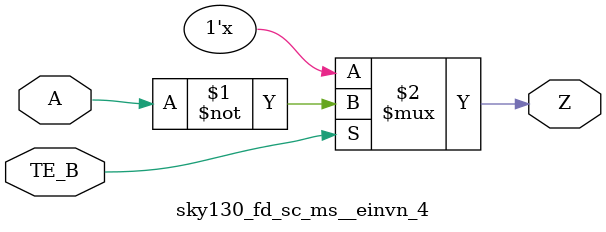
<source format=v>
/*
 * Copyright 2020 The SkyWater PDK Authors
 *
 * Licensed under the Apache License, Version 2.0 (the "License");
 * you may not use this file except in compliance with the License.
 * You may obtain a copy of the License at
 *
 *     https://www.apache.org/licenses/LICENSE-2.0
 *
 * Unless required by applicable law or agreed to in writing, software
 * distributed under the License is distributed on an "AS IS" BASIS,
 * WITHOUT WARRANTIES OR CONDITIONS OF ANY KIND, either express or implied.
 * See the License for the specific language governing permissions and
 * limitations under the License.
 *
 * SPDX-License-Identifier: Apache-2.0
*/


`ifndef SKY130_FD_SC_MS__EINVN_4_FUNCTIONAL_V
`define SKY130_FD_SC_MS__EINVN_4_FUNCTIONAL_V

/**
 * einvn: Tri-state inverter, negative enable.
 *
 * Verilog simulation functional model.
 */

`timescale 1ns / 1ps
`default_nettype none

`celldefine
module sky130_fd_sc_ms__einvn_4 (
    Z   ,
    A   ,
    TE_B
);

    // Module ports
    output Z   ;
    input  A   ;
    input  TE_B;

    //     Name     Output  Other arguments
    notif0 notif00 (Z     , A, TE_B        );

endmodule
`endcelldefine

`default_nettype wire
`endif  // SKY130_FD_SC_MS__EINVN_4_FUNCTIONAL_V

</source>
